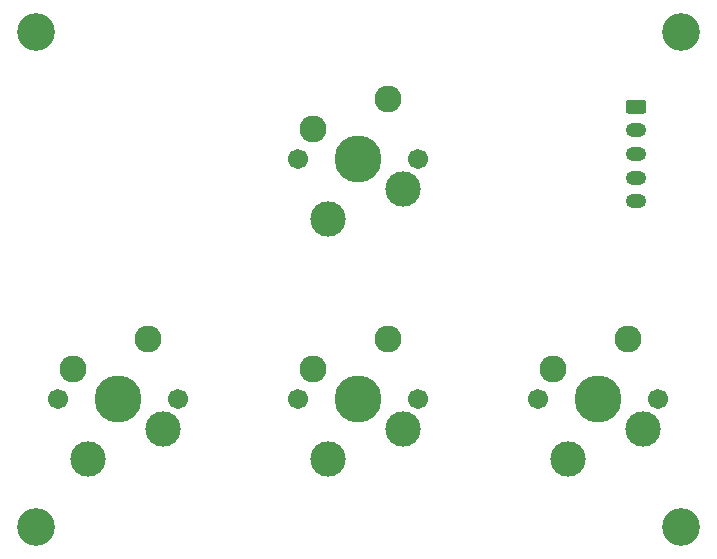
<source format=gts>
%TF.GenerationSoftware,KiCad,Pcbnew,(5.1.12)-1*%
%TF.CreationDate,2021-12-29T15:11:16-05:00*%
%TF.ProjectId,4keymacropad,346b6579-6d61-4637-926f-7061642e6b69,rev?*%
%TF.SameCoordinates,Original*%
%TF.FileFunction,Soldermask,Top*%
%TF.FilePolarity,Negative*%
%FSLAX46Y46*%
G04 Gerber Fmt 4.6, Leading zero omitted, Abs format (unit mm)*
G04 Created by KiCad (PCBNEW (5.1.12)-1) date 2021-12-29 15:11:16*
%MOMM*%
%LPD*%
G01*
G04 APERTURE LIST*
%ADD10C,3.200000*%
%ADD11O,1.750000X1.200000*%
%ADD12C,3.000000*%
%ADD13C,2.286000*%
%ADD14C,3.987800*%
%ADD15C,1.701800*%
G04 APERTURE END LIST*
D10*
%TO.C,REF\u002A\u002A*%
X107315000Y-69850000D03*
%TD*%
%TO.C,REF\u002A\u002A*%
X161925000Y-111760000D03*
%TD*%
%TO.C,REF\u002A\u002A*%
X161925000Y-69850000D03*
%TD*%
%TO.C,REF\u002A\u002A*%
X107315000Y-111760000D03*
%TD*%
%TO.C,J1*%
G36*
G01*
X157489999Y-75600000D02*
X158740001Y-75600000D01*
G75*
G02*
X158990000Y-75849999I0J-249999D01*
G01*
X158990000Y-76550001D01*
G75*
G02*
X158740001Y-76800000I-249999J0D01*
G01*
X157489999Y-76800000D01*
G75*
G02*
X157240000Y-76550001I0J249999D01*
G01*
X157240000Y-75849999D01*
G75*
G02*
X157489999Y-75600000I249999J0D01*
G01*
G37*
D11*
X158115000Y-78200000D03*
X158115000Y-80200000D03*
X158115000Y-82200000D03*
X158115000Y-84200000D03*
%TD*%
D12*
%TO.C,SW1*%
X132080000Y-85725000D03*
X138430000Y-83185000D03*
D13*
X137160000Y-75565000D03*
D14*
X134620000Y-80645000D03*
D13*
X130810000Y-78105000D03*
D15*
X139700000Y-80645000D03*
X129540000Y-80645000D03*
%TD*%
%TO.C,SW2*%
X109220000Y-100965000D03*
X119380000Y-100965000D03*
D13*
X110490000Y-98425000D03*
D14*
X114300000Y-100965000D03*
D13*
X116840000Y-95885000D03*
D12*
X118110000Y-103505000D03*
X111760000Y-106045000D03*
%TD*%
D15*
%TO.C,SW3*%
X129540000Y-100965000D03*
X139700000Y-100965000D03*
D13*
X130810000Y-98425000D03*
D14*
X134620000Y-100965000D03*
D13*
X137160000Y-95885000D03*
D12*
X138430000Y-103505000D03*
X132080000Y-106045000D03*
%TD*%
%TO.C,SW4*%
X152400000Y-106045000D03*
X158750000Y-103505000D03*
D13*
X157480000Y-95885000D03*
D14*
X154940000Y-100965000D03*
D13*
X151130000Y-98425000D03*
D15*
X160020000Y-100965000D03*
X149860000Y-100965000D03*
%TD*%
M02*

</source>
